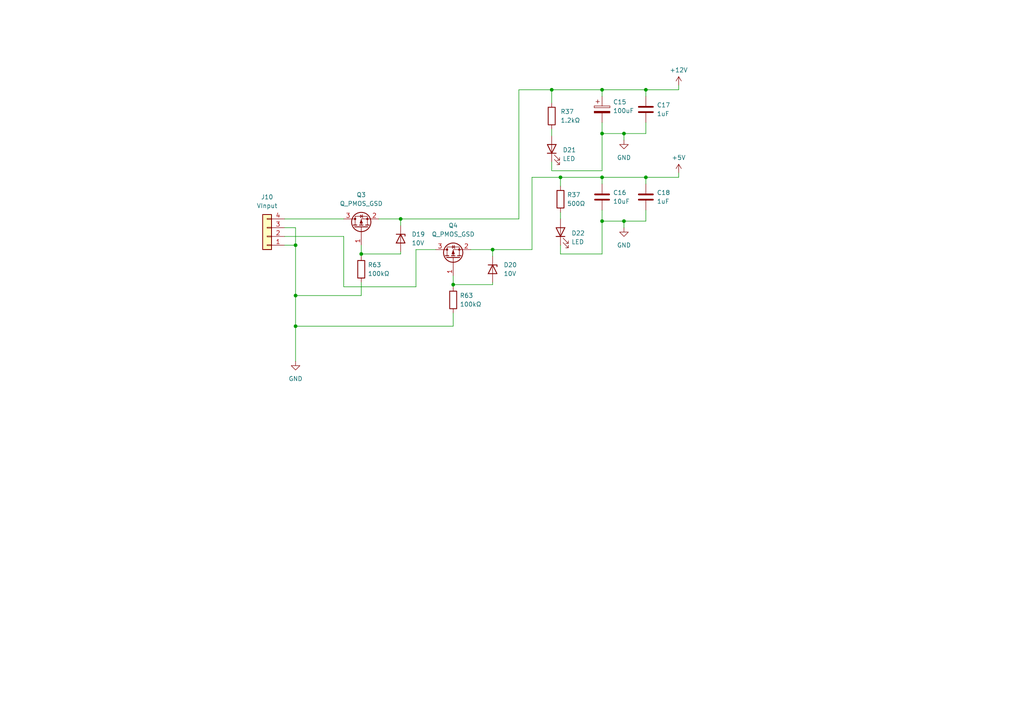
<source format=kicad_sch>
(kicad_sch (version 20230121) (generator eeschema)
  (paper "A4")
  (lib_symbols
    (symbol "Connector_Generic:Conn_01x04" (pin_names (offset 1.016) hide)
      (property "Reference" "J" (at 0 5.08 0))
      (property "Value" "Conn_01x04" (at 0 -7.62 0))
      (symbol "Conn_01x04_1_1"
        (rectangle (start -1.27 -4.953) (end 0 -5.207) (stroke (width 0.1524)))
        (rectangle (start -1.27 -2.413) (end 0 -2.667) (stroke (width 0.1524)))
        (rectangle (start -1.27 0.127) (end 0 -0.127) (stroke (width 0.1524)))
        (rectangle (start -1.27 2.667) (end 0 2.413) (stroke (width 0.1524)))
        (rectangle (start -1.27 3.81) (end 1.27 -6.35) (stroke (width 0.254)) (fill (type background)))
        (pin passive line (at -5.08 2.54 0) (length 3.81) (name "Pin_1") (number "1"))
        (pin passive line (at -5.08 0 0) (length 3.81) (name "Pin_2") (number "2"))
        (pin passive line (at -5.08 -2.54 0) (length 3.81) (name "Pin_3") (number "3"))
        (pin passive line (at -5.08 -5.08 0) (length 3.81) (name "Pin_4") (number "4"))
      )
    )
    (symbol "Device:C" (pin_numbers hide) (pin_names (offset 0.254))
      (property "Reference" "C" (at 0.635 2.54 0))
      (property "Value" "C" (at 0.635 -2.54 0))
      (symbol "C_0_1"
        (polyline (pts (xy -2.032 -0.762) (xy 2.032 -0.762)) (stroke (width 0.508)))
        (polyline (pts (xy -2.032 0.762) (xy 2.032 0.762)) (stroke (width 0.508)))
      )
      (symbol "C_1_1"
        (pin passive line (at 0 3.81 270) (length 2.794) (name "~") (number "1"))
        (pin passive line (at 0 -3.81 90) (length 2.794) (name "~") (number "2"))
      )
    )
    (symbol "Device:C_Polarized" (pin_numbers hide) (pin_names (offset 0.254))
      (property "Reference" "C" (at 0.635 2.54 0))
      (property "Value" "C_Polarized" (at 0.635 -2.54 0))
      (symbol "C_Polarized_0_1"
        (rectangle (start -2.286 0.508) (end 2.286 1.016))
        (polyline (pts (xy -1.778 2.286) (xy -0.762 2.286)))
        (polyline (pts (xy -1.27 2.794) (xy -1.27 1.778)))
        (rectangle (start 2.286 -0.508) (end -2.286 -1.016) (fill (type outline)))
      )
      (symbol "C_Polarized_1_1"
        (pin passive line (at 0 3.81 270) (length 2.794) (name "~") (number "1"))
        (pin passive line (at 0 -3.81 90) (length 2.794) (name "~") (number "2"))
      )
    )
    (symbol "Device:D_Zener" (pin_numbers hide) (pin_names (offset 1.016) hide)
      (property "Reference" "D" (at 0 2.54 0))
      (property "Value" "D_Zener" (at 0 -2.54 0))
      (symbol "D_Zener_0_1"
        (polyline (pts (xy 1.27 0) (xy -1.27 0)))
        (polyline (pts (xy -1.27 -1.27) (xy -1.27 1.27) (xy -0.762 1.27)) (stroke (width 0.254)))
        (polyline (pts (xy 1.27 -1.27) (xy 1.27 1.27) (xy -1.27 0) (xy 1.27 -1.27)) (stroke (width 0.254)))
      )
      (symbol "D_Zener_1_1"
        (pin passive line (at -3.81 0 0) (length 2.54) (name "K") (number "1"))
        (pin passive line (at 3.81 0 180) (length 2.54) (name "A") (number "2"))
      )
    )
    (symbol "Device:LED" (pin_numbers hide) (pin_names (offset 1.016) hide)
      (property "Reference" "D" (at 0 2.54 0))
      (property "Value" "LED" (at 0 -2.54 0))
      (symbol "LED_0_1"
        (polyline (pts (xy -1.27 -1.27) (xy -1.27 1.27)) (stroke (width 0.254)))
        (polyline (pts (xy -1.27 0) (xy 1.27 0)))
        (polyline (pts (xy 1.27 -1.27) (xy 1.27 1.27) (xy -1.27 0) (xy 1.27 -1.27)) (stroke (width 0.254)))
        (polyline (pts (xy -3.048 -0.762) (xy -4.572 -2.286) (xy -3.81 -2.286) (xy -4.572 -2.286) (xy -4.572 -1.524)))
        (polyline (pts (xy -1.778 -0.762) (xy -3.302 -2.286) (xy -2.54 -2.286) (xy -3.302 -2.286) (xy -3.302 -1.524)))
      )
      (symbol "LED_1_1"
        (pin passive line (at -3.81 0 0) (length 2.54) (name "K") (number "1"))
        (pin passive line (at 3.81 0 180) (length 2.54) (name "A") (number "2"))
      )
    )
    (symbol "Device:Q_PMOS_GSD" (pin_names (offset 0) hide)
      (property "Reference" "Q" (at 5.08 1.27 0))
      (property "Value" "Q_PMOS_GSD" (at 5.08 -1.27 0))
      (symbol "Q_PMOS_GSD_0_1"
        (polyline (pts (xy 0.254 0) (xy -2.54 0)))
        (polyline (pts (xy 0.254 1.905) (xy 0.254 -1.905)) (stroke (width 0.254)))
        (polyline (pts (xy 0.762 -1.27) (xy 0.762 -2.286)) (stroke (width 0.254)))
        (polyline (pts (xy 0.762 0.508) (xy 0.762 -0.508)) (stroke (width 0.254)))
        (polyline (pts (xy 0.762 2.286) (xy 0.762 1.27)) (stroke (width 0.254)))
        (polyline (pts (xy 2.54 2.54) (xy 2.54 1.778)))
        (polyline (pts (xy 2.54 -2.54) (xy 2.54 0) (xy 0.762 0)))
        (polyline (pts (xy 0.762 1.778) (xy 3.302 1.778) (xy 3.302 -1.778) (xy 0.762 -1.778)))
        (polyline (pts (xy 2.286 0) (xy 1.27 0.381) (xy 1.27 -0.381) (xy 2.286 0)) (fill (type outline)))
        (polyline (pts (xy 2.794 -0.508) (xy 2.921 -0.381) (xy 3.683 -0.381) (xy 3.81 -0.254)))
        (polyline (pts (xy 3.302 -0.381) (xy 2.921 0.254) (xy 3.683 0.254) (xy 3.302 -0.381)))
        (circle (center 1.651 0) (radius 2.794) (stroke (width 0.254)))
        (circle (center 2.54 -1.778) (radius 0.254) (fill (type outline)))
        (circle (center 2.54 1.778) (radius 0.254) (fill (type outline)))
      )
      (symbol "Q_PMOS_GSD_1_1"
        (pin input line (at -5.08 0 0) (length 2.54) (name "G") (number "1"))
        (pin passive line (at 2.54 -5.08 90) (length 2.54) (name "S") (number "2"))
        (pin passive line (at 2.54 5.08 270) (length 2.54) (name "D") (number "3"))
      )
    )
    (symbol "Device:R" (pin_numbers hide) (pin_names (offset 0))
      (property "Reference" "R" (at 2.032 0 90))
      (property "Value" "R" (at 0 0 90))
      (symbol "R_0_1"
        (rectangle (start -1.016 -2.54) (end 1.016 2.54) (stroke (width 0.254)))
      )
      (symbol "R_1_1"
        (pin passive line (at 0 3.81 270) (length 1.27) (name "~") (number "1"))
        (pin passive line (at 0 -3.81 90) (length 1.27) (name "~") (number "2"))
      )
    )
    (symbol "power:+12V" (power) (pin_names (offset 0))
      (property "Value" "+12V" (at 0 3.556 0))
      (symbol "+12V_0_1"
        (polyline (pts (xy -0.762 1.27) (xy 0 2.54)))
        (polyline (pts (xy 0 0) (xy 0 2.54)))
        (polyline (pts (xy 0 2.54) (xy 0.762 1.27)))
      )
      (symbol "+12V_1_1"
        (pin power_in line (at 0 0 90) (length 0) hide (name "+12V") (number "1"))
      )
    )
    (symbol "power:+5V" (power) (pin_names (offset 0))
      (property "Value" "+5V" (at 0 3.556 0))
      (symbol "+5V_0_1"
        (polyline (pts (xy -0.762 1.27) (xy 0 2.54)))
        (polyline (pts (xy 0 0) (xy 0 2.54)))
        (polyline (pts (xy 0 2.54) (xy 0.762 1.27)))
      )
      (symbol "+5V_1_1"
        (pin power_in line (at 0 0 90) (length 0) hide (name "+5V") (number "1"))
      )
    )
    (symbol "power:GND" (power) (pin_names (offset 0))
      (property "Value" "GND" (at 0 -3.81 0))
      (symbol "GND_0_1"
        (polyline (pts (xy 0 0) (xy 0 -1.27) (xy 1.27 -1.27) (xy 0 -2.54) (xy -1.27 -1.27) (xy 0 -1.27)))
      )
      (symbol "GND_1_1"
        (pin power_in line (at 0 0 270) (length 0) hide (name "GND") (number "1"))
      )
    )
  )
  (junction (at 85.725 71.12))
  (junction (at 131.445 82.55))
  (junction (at 180.975 64.135))
  (junction (at 162.56 51.435))
  (junction (at 85.725 85.725))
  (junction (at 174.625 51.435))
  (junction (at 174.625 38.735))
  (junction (at 116.205 63.5))
  (junction (at 160.02 26.035))
  (junction (at 142.875 72.39))
  (junction (at 104.775 73.66))
  (junction (at 174.625 64.135))
  (junction (at 85.725 94.615))
  (junction (at 180.975 38.735))
  (junction (at 187.325 26.035))
  (junction (at 174.625 26.035))
  (junction (at 187.325 51.435))
  (wire (pts (xy 82.55 66.04) (xy 85.725 66.04)))
  (wire (pts (xy 180.975 38.735) (xy 187.325 38.735)))
  (wire (pts (xy 85.725 94.615) (xy 131.445 94.615)))
  (wire (pts (xy 160.02 49.53) (xy 174.625 49.53)))
  (wire (pts (xy 162.56 71.12) (xy 162.56 73.66)))
  (wire (pts (xy 174.625 60.96) (xy 174.625 64.135)))
  (wire (pts (xy 174.625 38.735) (xy 180.975 38.735)))
  (wire (pts (xy 196.85 24.765) (xy 196.85 26.035)))
  (wire (pts (xy 104.775 73.66) (xy 116.205 73.66)))
  (wire (pts (xy 131.445 90.805) (xy 131.445 94.615)))
  (wire (pts (xy 160.02 37.465) (xy 160.02 39.37)))
  (wire (pts (xy 131.445 82.55) (xy 142.875 82.55)))
  (wire (pts (xy 162.56 61.595) (xy 162.56 63.5)))
  (wire (pts (xy 150.495 26.035) (xy 160.02 26.035)))
  (wire (pts (xy 150.495 63.5) (xy 150.495 26.035)))
  (wire (pts (xy 131.445 80.01) (xy 131.445 82.55)))
  (wire (pts (xy 187.325 51.435) (xy 174.625 51.435)))
  (wire (pts (xy 82.55 71.12) (xy 85.725 71.12)))
  (wire (pts (xy 99.695 83.185) (xy 120.65 83.185)))
  (wire (pts (xy 136.525 72.39) (xy 142.875 72.39)))
  (wire (pts (xy 154.305 51.435) (xy 162.56 51.435)))
  (wire (pts (xy 116.205 73.025) (xy 116.205 73.66)))
  (wire (pts (xy 180.975 64.135) (xy 187.325 64.135)))
  (wire (pts (xy 196.85 51.435) (xy 187.325 51.435)))
  (wire (pts (xy 187.325 38.735) (xy 187.325 35.56)))
  (wire (pts (xy 142.875 72.39) (xy 154.305 72.39)))
  (wire (pts (xy 99.695 68.58) (xy 99.695 83.185)))
  (wire (pts (xy 174.625 51.435) (xy 174.625 53.34)))
  (wire (pts (xy 180.975 64.135) (xy 180.975 66.04)))
  (wire (pts (xy 174.625 35.56) (xy 174.625 38.735)))
  (wire (pts (xy 187.325 51.435) (xy 187.325 53.34)))
  (wire (pts (xy 104.775 85.725) (xy 85.725 85.725)))
  (wire (pts (xy 187.325 26.035) (xy 174.625 26.035)))
  (wire (pts (xy 162.56 51.435) (xy 162.56 53.975)))
  (wire (pts (xy 104.775 73.66) (xy 104.775 74.295)))
  (wire (pts (xy 196.85 50.165) (xy 196.85 51.435)))
  (wire (pts (xy 174.625 26.035) (xy 174.625 27.94)))
  (wire (pts (xy 85.725 85.725) (xy 85.725 94.615)))
  (wire (pts (xy 162.56 73.66) (xy 174.625 73.66)))
  (wire (pts (xy 116.205 63.5) (xy 116.205 65.405)))
  (wire (pts (xy 187.325 64.135) (xy 187.325 60.96)))
  (wire (pts (xy 196.85 26.035) (xy 187.325 26.035)))
  (wire (pts (xy 142.875 72.39) (xy 142.875 74.295)))
  (wire (pts (xy 174.625 64.135) (xy 180.975 64.135)))
  (wire (pts (xy 104.775 81.915) (xy 104.775 85.725)))
  (wire (pts (xy 82.55 63.5) (xy 99.695 63.5)))
  (wire (pts (xy 85.725 94.615) (xy 85.725 104.775)))
  (wire (pts (xy 109.855 63.5) (xy 116.205 63.5)))
  (wire (pts (xy 104.775 71.12) (xy 104.775 73.66)))
  (wire (pts (xy 187.325 26.035) (xy 187.325 27.94)))
  (wire (pts (xy 160.02 46.99) (xy 160.02 49.53)))
  (wire (pts (xy 82.55 68.58) (xy 99.695 68.58)))
  (wire (pts (xy 160.02 26.035) (xy 160.02 29.845)))
  (wire (pts (xy 142.875 81.915) (xy 142.875 82.55)))
  (wire (pts (xy 85.725 71.12) (xy 85.725 85.725)))
  (wire (pts (xy 174.625 49.53) (xy 174.625 38.735)))
  (wire (pts (xy 162.56 51.435) (xy 174.625 51.435)))
  (wire (pts (xy 160.02 26.035) (xy 174.625 26.035)))
  (wire (pts (xy 154.305 72.39) (xy 154.305 51.435)))
  (wire (pts (xy 174.625 73.66) (xy 174.625 64.135)))
  (wire (pts (xy 85.725 66.04) (xy 85.725 71.12)))
  (wire (pts (xy 131.445 82.55) (xy 131.445 83.185)))
  (wire (pts (xy 120.65 83.185) (xy 120.65 72.39)))
  (wire (pts (xy 116.205 63.5) (xy 150.495 63.5)))
  (wire (pts (xy 180.975 38.735) (xy 180.975 40.64)))
  (wire (pts (xy 120.65 72.39) (xy 126.365 72.39)))
  (symbol (lib_id "Device:C") (at 187.325 57.15 0) (unit 1)
    (property "Reference" "C18" (at 190.5 55.88 0) (effects (justify left)))
    (property "Value" "1uF" (at 190.5 58.42 0) (effects (justify left)))
    (property "Footprint" "Capacitor_SMD:C_0805_2012Metric" (effects hide))
  )
  (symbol (lib_id "Device:LED") (at 162.56 67.31 90) (unit 1)
    (property "Reference" "D22" (at 165.735 67.6275 90) (effects (justify right)))
    (property "Value" "LED" (at 165.735 70.1675 90) (effects (justify right)))
    (property "Footprint" "LED_SMD:LED_0805_2012Metric" (effects hide))
    (instances (project "PCF8574DIOI2C" (path "" (reference "D22") (unit 1)) (path "" (reference "D1") (unit 1))))
  )
  (symbol (lib_id "Connector_Generic:Conn_01x04") (at 77.47 68.58 180) (unit 1)
    (property "Reference" "J10" (at 77.47 57.15 0))
    (property "Value" "VInput" (at 77.47 59.69 0))
    (property "Footprint" "TerminalBlock:TerminalBlock_bornier-4_P5.08mm" (effects hide))
  )
  (symbol (lib_id "Device:C") (at 174.625 57.15 0) (unit 1)
    (property "Reference" "C16" (at 177.8 55.88 0) (effects (justify left)))
    (property "Value" "10uF" (at 177.8 58.42 0) (effects (justify left)))
    (property "Footprint" "Capacitor_SMD:C_0805_2012Metric" (effects hide))
  )
  (symbol (lib_id "power:GND") (at 180.975 66.04 0) (unit 1)
    (property "Reference" "#PWR061" (effects hide))
    (property "Value" "GND" (at 180.975 71.12 0))
  )
  (symbol (lib_id "Device:LED") (at 160.02 43.18 90) (unit 1)
    (property "Reference" "D21" (at 163.195 43.4975 90) (effects (justify right)))
    (property "Value" "LED" (at 163.195 46.0375 90) (effects (justify right)))
    (property "Footprint" "LED_SMD:LED_0805_2012Metric" (effects hide))
    (instances (project "PCF8574DIOI2C" (path "" (reference "D21") (unit 1)) (path "" (reference "D1") (unit 1))))
  )
  (symbol (lib_id "Device:C") (at 187.325 31.75 0) (unit 1)
    (property "Reference" "C17" (at 190.5 30.48 0) (effects (justify left)))
    (property "Value" "1uF" (at 190.5 33.02 0) (effects (justify left)))
    (property "Footprint" "Capacitor_SMD:C_0805_2012Metric" (effects hide))
  )
  (symbol (lib_id "power:+5V") (at 196.85 50.165 0) (unit 1)
    (property "Reference" "#PWR063" (effects hide))
    (property "Value" "+5V" (at 196.85 45.72 0))
  )
  (symbol (lib_id "Device:R") (at 104.775 78.105 180) (unit 1)
    (property "Reference" "R63" (at 106.68 76.835 0) (effects (justify right)))
    (property "Value" "100kΩ" (at 106.68 79.375 0) (effects (justify right)))
    (property "Footprint" "Resistor_SMD:R_0805_2012Metric" (effects hide))
    (instances (project "PCF8574DIOI2C" (path "" (reference "R63") (unit 1)) (path "" (reference "R45") (unit 1))))
  )
  (symbol (lib_id "Device:R") (at 131.445 86.995 180) (unit 1)
    (property "Reference" "R63" (at 133.35 85.725 0) (effects (justify right)))
    (property "Value" "100kΩ" (at 133.35 88.265 0) (effects (justify right)))
    (property "Footprint" "Resistor_SMD:R_0805_2012Metric" (effects hide))
    (instances (project "PCF8574DIOI2C" (path "" (reference "R63") (unit 1)) (path "" (reference "R46") (unit 1))))
  )
  (symbol (lib_id "Device:R") (at 162.56 57.785 180) (unit 1)
    (property "Reference" "R37" (at 164.465 56.515 0) (effects (justify right)))
    (property "Value" "500Ω" (at 164.465 59.055 0) (effects (justify right)))
    (property "Footprint" "Resistor_SMD:R_0805_2012Metric" (effects hide))
    (instances (project "PCF8574DIOI2C" (path "" (reference "R37") (unit 1)) (path "" (reference "R48") (unit 1))))
  )
  (symbol (lib_id "Device:Q_PMOS_GSD") (at 131.445 74.93 90) (unit 1)
    (property "Reference" "Q4" (at 131.445 65.405 90))
    (property "Value" "Q_PMOS_GSD" (at 131.445 67.945 90))
    (property "Footprint" "Package_TO_SOT_SMD:SOT-23" (effects hide))
  )
  (symbol (lib_id "Device:D_Zener") (at 142.875 78.105 270) (unit 1)
    (property "Reference" "D20" (at 146.05 76.835 90) (effects (justify left)))
    (property "Value" "10V" (at 146.05 79.375 90) (effects (justify left)))
    (property "Footprint" "Diode_SMD:D_SOD-123" (effects hide))
  )
  (symbol (lib_id "Device:C_Polarized") (at 174.625 31.75 0) (unit 1)
    (property "Reference" "C15" (at 177.8 29.591 0) (effects (justify left)))
    (property "Value" "100uF" (at 177.8 32.131 0) (effects (justify left)))
    (property "Footprint" "Capacitor_SMD:CP_Elec_8x11.9" (effects hide))
  )
  (symbol (lib_id "power:+12V") (at 196.85 24.765 0) (unit 1)
    (property "Reference" "#PWR062" (effects hide))
    (property "Value" "+12V" (at 196.85 20.32 0))
  )
  (symbol (lib_id "power:GND") (at 180.975 40.64 0) (unit 1)
    (property "Reference" "#PWR060" (effects hide))
    (property "Value" "GND" (at 180.975 45.72 0))
  )
  (symbol (lib_id "Device:R") (at 160.02 33.655 180) (unit 1)
    (property "Reference" "R37" (at 162.56 32.385 0) (effects (justify right)))
    (property "Value" "1.2kΩ" (at 162.56 34.925 0) (effects (justify right)))
    (property "Footprint" "Resistor_SMD:R_0805_2012Metric" (effects hide))
    (instances (project "PCF8574DIOI2C" (path "" (reference "R37") (unit 1)) (path "" (reference "R47") (unit 1))))
  )
  (symbol (lib_id "power:GND") (at 85.725 104.775 0) (unit 1)
    (property "Reference" "#PWR059" (effects hide))
    (property "Value" "GND" (at 85.725 109.855 0))
  )
  (symbol (lib_id "Device:Q_PMOS_GSD") (at 104.775 66.04 90) (unit 1)
    (property "Reference" "Q3" (at 104.775 56.515 90))
    (property "Value" "Q_PMOS_GSD" (at 104.775 59.055 90))
    (property "Footprint" "Package_TO_SOT_SMD:SOT-23" (effects hide))
  )
  (symbol (lib_id "Device:D_Zener") (at 116.205 69.215 270) (unit 1)
    (property "Reference" "D19" (at 119.38 67.945 90) (effects (justify left)))
    (property "Value" "10V" (at 119.38 70.485 90) (effects (justify left)))
    (property "Footprint" "Diode_SMD:D_SOD-123" (effects hide))
  )
)
</source>
